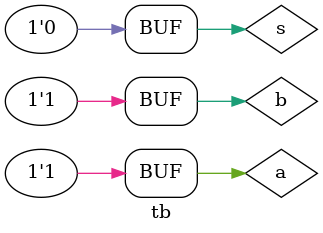
<source format=v>

module tb;
  reg a,b,s;
  wire out;
  mux2_1 dut(a,b,s,out);
  initial begin
    a=0;b=0;s=0;#10;
    a=0;b=1;s=1;#10;
    a=1;b=0;s=0;#10;
    a=1;b=1;s=0;#10;
  end
    initial begin
    $monitor("a=%b,b=%b,s=%b,out=%b",a,b,s,out);
   
    end
  initial begin
    $dumpfile("dump.vcd");
    $dumpvars(1,tb);
  end
endmodule
</source>
